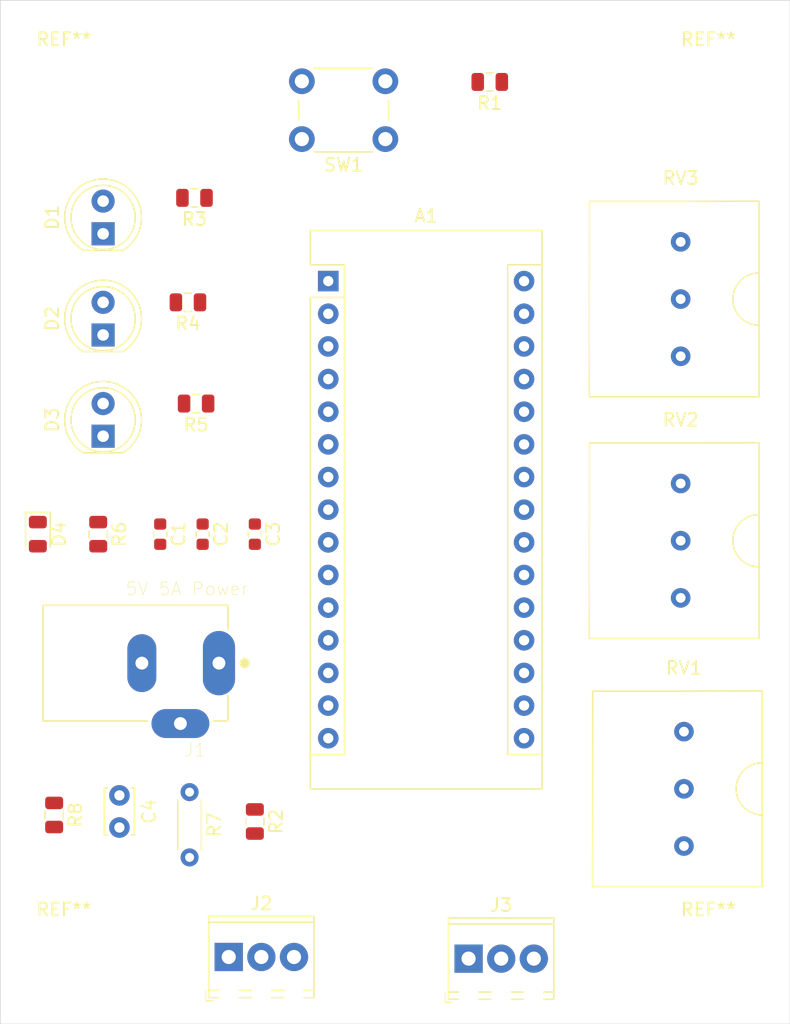
<source format=kicad_pcb>
(kicad_pcb (version 20171130) (host pcbnew "(5.1.5)-3")

  (general
    (thickness 1.6)
    (drawings 5)
    (tracks 0)
    (zones 0)
    (modules 28)
    (nets 39)
  )

  (page A4)
  (layers
    (0 F.Cu signal)
    (31 B.Cu signal)
    (32 B.Adhes user)
    (33 F.Adhes user)
    (34 B.Paste user)
    (35 F.Paste user)
    (36 B.SilkS user)
    (37 F.SilkS user)
    (38 B.Mask user)
    (39 F.Mask user)
    (40 Dwgs.User user)
    (41 Cmts.User user)
    (42 Eco1.User user)
    (43 Eco2.User user)
    (44 Edge.Cuts user)
    (45 Margin user)
    (46 B.CrtYd user)
    (47 F.CrtYd user)
    (48 B.Fab user)
    (49 F.Fab user hide)
  )

  (setup
    (last_trace_width 0.25)
    (trace_clearance 0.2)
    (zone_clearance 0.508)
    (zone_45_only no)
    (trace_min 0.2)
    (via_size 0.8)
    (via_drill 0.4)
    (via_min_size 0.4)
    (via_min_drill 0.3)
    (uvia_size 0.3)
    (uvia_drill 0.1)
    (uvias_allowed no)
    (uvia_min_size 0.2)
    (uvia_min_drill 0.1)
    (edge_width 0.05)
    (segment_width 0.2)
    (pcb_text_width 0.3)
    (pcb_text_size 1.5 1.5)
    (mod_edge_width 0.12)
    (mod_text_size 1 1)
    (mod_text_width 0.15)
    (pad_size 1.524 1.524)
    (pad_drill 0.762)
    (pad_to_mask_clearance 0.051)
    (solder_mask_min_width 0.25)
    (aux_axis_origin 0 0)
    (visible_elements 7FFFFFFF)
    (pcbplotparams
      (layerselection 0x010fc_ffffffff)
      (usegerberextensions false)
      (usegerberattributes false)
      (usegerberadvancedattributes false)
      (creategerberjobfile false)
      (excludeedgelayer true)
      (linewidth 0.100000)
      (plotframeref false)
      (viasonmask false)
      (mode 1)
      (useauxorigin false)
      (hpglpennumber 1)
      (hpglpenspeed 20)
      (hpglpendiameter 15.000000)
      (psnegative false)
      (psa4output false)
      (plotreference true)
      (plotvalue true)
      (plotinvisibletext false)
      (padsonsilk false)
      (subtractmaskfromsilk false)
      (outputformat 1)
      (mirror false)
      (drillshape 1)
      (scaleselection 1)
      (outputdirectory ""))
  )

  (net 0 "")
  (net 1 "Net-(A1-Pad1)")
  (net 2 "Net-(A1-Pad17)")
  (net 3 "Net-(A1-Pad2)")
  (net 4 "Net-(A1-Pad18)")
  (net 5 "Net-(A1-Pad3)")
  (net 6 "Net-(A1-Pad19)")
  (net 7 "Net-(A1-Pad4)")
  (net 8 "Net-(A1-Pad20)")
  (net 9 "Net-(A1-Pad5)")
  (net 10 "Net-(A1-Pad21)")
  (net 11 "Net-(A1-Pad6)")
  (net 12 "Net-(A1-Pad22)")
  (net 13 "Net-(A1-Pad7)")
  (net 14 "Net-(A1-Pad23)")
  (net 15 "Net-(A1-Pad8)")
  (net 16 "Net-(A1-Pad24)")
  (net 17 "Net-(A1-Pad9)")
  (net 18 "Net-(A1-Pad25)")
  (net 19 "Net-(A1-Pad10)")
  (net 20 "Net-(A1-Pad26)")
  (net 21 "Net-(A1-Pad11)")
  (net 22 "Net-(A1-Pad27)")
  (net 23 "Net-(A1-Pad12)")
  (net 24 "Net-(A1-Pad28)")
  (net 25 "Net-(A1-Pad13)")
  (net 26 GND)
  (net 27 "Net-(A1-Pad14)")
  (net 28 VCC)
  (net 29 "Net-(A1-Pad15)")
  (net 30 "Net-(A1-Pad16)")
  (net 31 A3)
  (net 32 "Net-(D1-Pad2)")
  (net 33 "Net-(D2-Pad2)")
  (net 34 "Net-(D3-Pad2)")
  (net 35 "Net-(D4-Pad2)")
  (net 36 "Net-(J1-Pad3)")
  (net 37 /DATA_IN)
  (net 38 /SS_DATA_OUT)

  (net_class Default "This is the default net class."
    (clearance 0.2)
    (trace_width 0.25)
    (via_dia 0.8)
    (via_drill 0.4)
    (uvia_dia 0.3)
    (uvia_drill 0.1)
    (add_net /DATA_IN)
    (add_net /SS_DATA_OUT)
    (add_net A3)
    (add_net GND)
    (add_net "Net-(A1-Pad1)")
    (add_net "Net-(A1-Pad10)")
    (add_net "Net-(A1-Pad11)")
    (add_net "Net-(A1-Pad12)")
    (add_net "Net-(A1-Pad13)")
    (add_net "Net-(A1-Pad14)")
    (add_net "Net-(A1-Pad15)")
    (add_net "Net-(A1-Pad16)")
    (add_net "Net-(A1-Pad17)")
    (add_net "Net-(A1-Pad18)")
    (add_net "Net-(A1-Pad19)")
    (add_net "Net-(A1-Pad2)")
    (add_net "Net-(A1-Pad20)")
    (add_net "Net-(A1-Pad21)")
    (add_net "Net-(A1-Pad22)")
    (add_net "Net-(A1-Pad23)")
    (add_net "Net-(A1-Pad24)")
    (add_net "Net-(A1-Pad25)")
    (add_net "Net-(A1-Pad26)")
    (add_net "Net-(A1-Pad27)")
    (add_net "Net-(A1-Pad28)")
    (add_net "Net-(A1-Pad3)")
    (add_net "Net-(A1-Pad4)")
    (add_net "Net-(A1-Pad5)")
    (add_net "Net-(A1-Pad6)")
    (add_net "Net-(A1-Pad7)")
    (add_net "Net-(A1-Pad8)")
    (add_net "Net-(A1-Pad9)")
    (add_net "Net-(D1-Pad2)")
    (add_net "Net-(D2-Pad2)")
    (add_net "Net-(D3-Pad2)")
    (add_net "Net-(D4-Pad2)")
    (add_net "Net-(J1-Pad3)")
    (add_net VCC)
  )

  (module MountingHole:MountingHole_3.2mm_M3 (layer F.Cu) (tedit 56D1B4CB) (tstamp 5E53A8CE)
    (at 108.966 135.001)
    (descr "Mounting Hole 3.2mm, no annular, M3")
    (tags "mounting hole 3.2mm no annular m3")
    (attr virtual)
    (fp_text reference REF** (at 0 -4.2) (layer F.SilkS)
      (effects (font (size 1 1) (thickness 0.15)))
    )
    (fp_text value MountingHole_3.2mm_M3 (at 0 4.2) (layer F.Fab)
      (effects (font (size 1 1) (thickness 0.15)))
    )
    (fp_circle (center 0 0) (end 3.45 0) (layer F.CrtYd) (width 0.05))
    (fp_circle (center 0 0) (end 3.2 0) (layer Cmts.User) (width 0.15))
    (fp_text user %R (at 0.3 0) (layer F.Fab)
      (effects (font (size 1 1) (thickness 0.15)))
    )
    (pad 1 np_thru_hole circle (at 0 0) (size 3.2 3.2) (drill 3.2) (layers *.Cu *.Mask))
  )

  (module MountingHole:MountingHole_3.2mm_M3 (layer F.Cu) (tedit 56D1B4CB) (tstamp 5E53A912)
    (at 159.131 135.001)
    (descr "Mounting Hole 3.2mm, no annular, M3")
    (tags "mounting hole 3.2mm no annular m3")
    (attr virtual)
    (fp_text reference REF** (at 0 -4.2) (layer F.SilkS)
      (effects (font (size 1 1) (thickness 0.15)))
    )
    (fp_text value MountingHole_3.2mm_M3 (at 0 4.2) (layer F.Fab)
      (effects (font (size 1 1) (thickness 0.15)))
    )
    (fp_circle (center 0 0) (end 3.45 0) (layer F.CrtYd) (width 0.05))
    (fp_circle (center 0 0) (end 3.2 0) (layer Cmts.User) (width 0.15))
    (fp_text user %R (at 0.3 0) (layer F.Fab)
      (effects (font (size 1 1) (thickness 0.15)))
    )
    (pad 1 np_thru_hole circle (at 0 0) (size 3.2 3.2) (drill 3.2) (layers *.Cu *.Mask))
  )

  (module MountingHole:MountingHole_3.2mm_M3 (layer F.Cu) (tedit 56D1B4CB) (tstamp 5E53A886)
    (at 108.966 67.31)
    (descr "Mounting Hole 3.2mm, no annular, M3")
    (tags "mounting hole 3.2mm no annular m3")
    (attr virtual)
    (fp_text reference REF** (at 0 -4.2) (layer F.SilkS)
      (effects (font (size 1 1) (thickness 0.15)))
    )
    (fp_text value MountingHole_3.2mm_M3 (at 0 4.2) (layer F.Fab)
      (effects (font (size 1 1) (thickness 0.15)))
    )
    (fp_circle (center 0 0) (end 3.45 0) (layer F.CrtYd) (width 0.05))
    (fp_circle (center 0 0) (end 3.2 0) (layer Cmts.User) (width 0.15))
    (fp_text user %R (at 0.3 0) (layer F.Fab)
      (effects (font (size 1 1) (thickness 0.15)))
    )
    (pad 1 np_thru_hole circle (at 0 0) (size 3.2 3.2) (drill 3.2) (layers *.Cu *.Mask))
  )

  (module MountingHole:MountingHole_3.2mm_M3 (layer F.Cu) (tedit 56D1B4CB) (tstamp 5E53A849)
    (at 159.131 67.31)
    (descr "Mounting Hole 3.2mm, no annular, M3")
    (tags "mounting hole 3.2mm no annular m3")
    (attr virtual)
    (fp_text reference REF** (at 0 -4.2) (layer F.SilkS)
      (effects (font (size 1 1) (thickness 0.15)))
    )
    (fp_text value MountingHole_3.2mm_M3 (at 0 4.2) (layer F.Fab)
      (effects (font (size 1 1) (thickness 0.15)))
    )
    (fp_circle (center 0 0) (end 3.45 0) (layer F.CrtYd) (width 0.05))
    (fp_circle (center 0 0) (end 3.2 0) (layer Cmts.User) (width 0.15))
    (fp_text user %R (at 0.3 0) (layer F.Fab)
      (effects (font (size 1 1) (thickness 0.15)))
    )
    (pad 1 np_thru_hole circle (at 0 0) (size 3.2 3.2) (drill 3.2) (layers *.Cu *.Mask))
  )

  (module Resistor_THT:R_Axial_DIN0204_L3.6mm_D1.6mm_P5.08mm_Horizontal (layer F.Cu) (tedit 5AE5139B) (tstamp 5E426EB4)
    (at 118.745 121.666 270)
    (descr "Resistor, Axial_DIN0204 series, Axial, Horizontal, pin pitch=5.08mm, 0.167W, length*diameter=3.6*1.6mm^2, http://cdn-reichelt.de/documents/datenblatt/B400/1_4W%23YAG.pdf")
    (tags "Resistor Axial_DIN0204 series Axial Horizontal pin pitch 5.08mm 0.167W length 3.6mm diameter 1.6mm")
    (path /5E40F635)
    (fp_text reference R7 (at 2.54 -1.92 90) (layer F.SilkS)
      (effects (font (size 1 1) (thickness 0.15)))
    )
    (fp_text value 100k (at 2.54 1.92 90) (layer F.Fab)
      (effects (font (size 1 1) (thickness 0.15)))
    )
    (fp_text user %R (at 2.54 0 90) (layer F.Fab)
      (effects (font (size 0.72 0.72) (thickness 0.108)))
    )
    (fp_line (start 6.03 -1.05) (end -0.95 -1.05) (layer F.CrtYd) (width 0.05))
    (fp_line (start 6.03 1.05) (end 6.03 -1.05) (layer F.CrtYd) (width 0.05))
    (fp_line (start -0.95 1.05) (end 6.03 1.05) (layer F.CrtYd) (width 0.05))
    (fp_line (start -0.95 -1.05) (end -0.95 1.05) (layer F.CrtYd) (width 0.05))
    (fp_line (start 0.62 0.92) (end 4.46 0.92) (layer F.SilkS) (width 0.12))
    (fp_line (start 0.62 -0.92) (end 4.46 -0.92) (layer F.SilkS) (width 0.12))
    (fp_line (start 5.08 0) (end 4.34 0) (layer F.Fab) (width 0.1))
    (fp_line (start 0 0) (end 0.74 0) (layer F.Fab) (width 0.1))
    (fp_line (start 4.34 -0.8) (end 0.74 -0.8) (layer F.Fab) (width 0.1))
    (fp_line (start 4.34 0.8) (end 4.34 -0.8) (layer F.Fab) (width 0.1))
    (fp_line (start 0.74 0.8) (end 4.34 0.8) (layer F.Fab) (width 0.1))
    (fp_line (start 0.74 -0.8) (end 0.74 0.8) (layer F.Fab) (width 0.1))
    (pad 2 thru_hole oval (at 5.08 0 270) (size 1.4 1.4) (drill 0.7) (layers *.Cu *.Mask)
      (net 38 /SS_DATA_OUT))
    (pad 1 thru_hole circle (at 0 0 270) (size 1.4 1.4) (drill 0.7) (layers *.Cu *.Mask)
      (net 31 A3))
    (model ${KISYS3DMOD}/Resistor_THT.3dshapes/R_Axial_DIN0204_L3.6mm_D1.6mm_P5.08mm_Horizontal.wrl
      (at (xyz 0 0 0))
      (scale (xyz 1 1 1))
      (rotate (xyz 0 0 0))
    )
  )

  (module Module:Arduino_Nano (layer F.Cu) (tedit 58ACAF70) (tstamp 5E423191)
    (at 129.54 81.915)
    (descr "Arduino Nano, http://www.mouser.com/pdfdocs/Gravitech_Arduino_Nano3_0.pdf")
    (tags "Arduino Nano")
    (path /5DB50132)
    (fp_text reference A1 (at 7.62 -5.08) (layer F.SilkS)
      (effects (font (size 1 1) (thickness 0.15)))
    )
    (fp_text value Arduino_Nano_v3.x (at 8.89 19.05 90) (layer F.Fab)
      (effects (font (size 1 1) (thickness 0.15)))
    )
    (fp_text user %R (at 6.35 19.05 90) (layer F.Fab)
      (effects (font (size 1 1) (thickness 0.15)))
    )
    (fp_line (start 1.27 1.27) (end 1.27 -1.27) (layer F.SilkS) (width 0.12))
    (fp_line (start 1.27 -1.27) (end -1.4 -1.27) (layer F.SilkS) (width 0.12))
    (fp_line (start -1.4 1.27) (end -1.4 39.5) (layer F.SilkS) (width 0.12))
    (fp_line (start -1.4 -3.94) (end -1.4 -1.27) (layer F.SilkS) (width 0.12))
    (fp_line (start 13.97 -1.27) (end 16.64 -1.27) (layer F.SilkS) (width 0.12))
    (fp_line (start 13.97 -1.27) (end 13.97 36.83) (layer F.SilkS) (width 0.12))
    (fp_line (start 13.97 36.83) (end 16.64 36.83) (layer F.SilkS) (width 0.12))
    (fp_line (start 1.27 1.27) (end -1.4 1.27) (layer F.SilkS) (width 0.12))
    (fp_line (start 1.27 1.27) (end 1.27 36.83) (layer F.SilkS) (width 0.12))
    (fp_line (start 1.27 36.83) (end -1.4 36.83) (layer F.SilkS) (width 0.12))
    (fp_line (start 3.81 31.75) (end 11.43 31.75) (layer F.Fab) (width 0.1))
    (fp_line (start 11.43 31.75) (end 11.43 41.91) (layer F.Fab) (width 0.1))
    (fp_line (start 11.43 41.91) (end 3.81 41.91) (layer F.Fab) (width 0.1))
    (fp_line (start 3.81 41.91) (end 3.81 31.75) (layer F.Fab) (width 0.1))
    (fp_line (start -1.4 39.5) (end 16.64 39.5) (layer F.SilkS) (width 0.12))
    (fp_line (start 16.64 39.5) (end 16.64 -3.94) (layer F.SilkS) (width 0.12))
    (fp_line (start 16.64 -3.94) (end -1.4 -3.94) (layer F.SilkS) (width 0.12))
    (fp_line (start 16.51 39.37) (end -1.27 39.37) (layer F.Fab) (width 0.1))
    (fp_line (start -1.27 39.37) (end -1.27 -2.54) (layer F.Fab) (width 0.1))
    (fp_line (start -1.27 -2.54) (end 0 -3.81) (layer F.Fab) (width 0.1))
    (fp_line (start 0 -3.81) (end 16.51 -3.81) (layer F.Fab) (width 0.1))
    (fp_line (start 16.51 -3.81) (end 16.51 39.37) (layer F.Fab) (width 0.1))
    (fp_line (start -1.53 -4.06) (end 16.75 -4.06) (layer F.CrtYd) (width 0.05))
    (fp_line (start -1.53 -4.06) (end -1.53 42.16) (layer F.CrtYd) (width 0.05))
    (fp_line (start 16.75 42.16) (end 16.75 -4.06) (layer F.CrtYd) (width 0.05))
    (fp_line (start 16.75 42.16) (end -1.53 42.16) (layer F.CrtYd) (width 0.05))
    (pad 1 thru_hole rect (at 0 0) (size 1.6 1.6) (drill 0.8) (layers *.Cu *.Mask)
      (net 1 "Net-(A1-Pad1)"))
    (pad 17 thru_hole oval (at 15.24 33.02) (size 1.6 1.6) (drill 0.8) (layers *.Cu *.Mask)
      (net 2 "Net-(A1-Pad17)"))
    (pad 2 thru_hole oval (at 0 2.54) (size 1.6 1.6) (drill 0.8) (layers *.Cu *.Mask)
      (net 3 "Net-(A1-Pad2)"))
    (pad 18 thru_hole oval (at 15.24 30.48) (size 1.6 1.6) (drill 0.8) (layers *.Cu *.Mask)
      (net 4 "Net-(A1-Pad18)"))
    (pad 3 thru_hole oval (at 0 5.08) (size 1.6 1.6) (drill 0.8) (layers *.Cu *.Mask)
      (net 5 "Net-(A1-Pad3)"))
    (pad 19 thru_hole oval (at 15.24 27.94) (size 1.6 1.6) (drill 0.8) (layers *.Cu *.Mask)
      (net 6 "Net-(A1-Pad19)"))
    (pad 4 thru_hole oval (at 0 7.62) (size 1.6 1.6) (drill 0.8) (layers *.Cu *.Mask)
      (net 7 "Net-(A1-Pad4)"))
    (pad 20 thru_hole oval (at 15.24 25.4) (size 1.6 1.6) (drill 0.8) (layers *.Cu *.Mask)
      (net 8 "Net-(A1-Pad20)"))
    (pad 5 thru_hole oval (at 0 10.16) (size 1.6 1.6) (drill 0.8) (layers *.Cu *.Mask)
      (net 9 "Net-(A1-Pad5)"))
    (pad 21 thru_hole oval (at 15.24 22.86) (size 1.6 1.6) (drill 0.8) (layers *.Cu *.Mask)
      (net 10 "Net-(A1-Pad21)"))
    (pad 6 thru_hole oval (at 0 12.7) (size 1.6 1.6) (drill 0.8) (layers *.Cu *.Mask)
      (net 11 "Net-(A1-Pad6)"))
    (pad 22 thru_hole oval (at 15.24 20.32) (size 1.6 1.6) (drill 0.8) (layers *.Cu *.Mask)
      (net 12 "Net-(A1-Pad22)"))
    (pad 7 thru_hole oval (at 0 15.24) (size 1.6 1.6) (drill 0.8) (layers *.Cu *.Mask)
      (net 13 "Net-(A1-Pad7)"))
    (pad 23 thru_hole oval (at 15.24 17.78) (size 1.6 1.6) (drill 0.8) (layers *.Cu *.Mask)
      (net 14 "Net-(A1-Pad23)"))
    (pad 8 thru_hole oval (at 0 17.78) (size 1.6 1.6) (drill 0.8) (layers *.Cu *.Mask)
      (net 15 "Net-(A1-Pad8)"))
    (pad 24 thru_hole oval (at 15.24 15.24) (size 1.6 1.6) (drill 0.8) (layers *.Cu *.Mask)
      (net 16 "Net-(A1-Pad24)"))
    (pad 9 thru_hole oval (at 0 20.32) (size 1.6 1.6) (drill 0.8) (layers *.Cu *.Mask)
      (net 17 "Net-(A1-Pad9)"))
    (pad 25 thru_hole oval (at 15.24 12.7) (size 1.6 1.6) (drill 0.8) (layers *.Cu *.Mask)
      (net 18 "Net-(A1-Pad25)"))
    (pad 10 thru_hole oval (at 0 22.86) (size 1.6 1.6) (drill 0.8) (layers *.Cu *.Mask)
      (net 19 "Net-(A1-Pad10)"))
    (pad 26 thru_hole oval (at 15.24 10.16) (size 1.6 1.6) (drill 0.8) (layers *.Cu *.Mask)
      (net 20 "Net-(A1-Pad26)"))
    (pad 11 thru_hole oval (at 0 25.4) (size 1.6 1.6) (drill 0.8) (layers *.Cu *.Mask)
      (net 21 "Net-(A1-Pad11)"))
    (pad 27 thru_hole oval (at 15.24 7.62) (size 1.6 1.6) (drill 0.8) (layers *.Cu *.Mask)
      (net 22 "Net-(A1-Pad27)"))
    (pad 12 thru_hole oval (at 0 27.94) (size 1.6 1.6) (drill 0.8) (layers *.Cu *.Mask)
      (net 23 "Net-(A1-Pad12)"))
    (pad 28 thru_hole oval (at 15.24 5.08) (size 1.6 1.6) (drill 0.8) (layers *.Cu *.Mask)
      (net 24 "Net-(A1-Pad28)"))
    (pad 13 thru_hole oval (at 0 30.48) (size 1.6 1.6) (drill 0.8) (layers *.Cu *.Mask)
      (net 25 "Net-(A1-Pad13)"))
    (pad 29 thru_hole oval (at 15.24 2.54) (size 1.6 1.6) (drill 0.8) (layers *.Cu *.Mask)
      (net 26 GND))
    (pad 14 thru_hole oval (at 0 33.02) (size 1.6 1.6) (drill 0.8) (layers *.Cu *.Mask)
      (net 27 "Net-(A1-Pad14)"))
    (pad 30 thru_hole oval (at 15.24 0) (size 1.6 1.6) (drill 0.8) (layers *.Cu *.Mask)
      (net 28 VCC))
    (pad 15 thru_hole oval (at 0 35.56) (size 1.6 1.6) (drill 0.8) (layers *.Cu *.Mask)
      (net 29 "Net-(A1-Pad15)"))
    (pad 16 thru_hole oval (at 15.24 35.56) (size 1.6 1.6) (drill 0.8) (layers *.Cu *.Mask)
      (net 30 "Net-(A1-Pad16)"))
    (model ${KISYS3DMOD}/Module.3dshapes/Arduino_Nano_WithMountingHoles.wrl
      (at (xyz 0 0 0))
      (scale (xyz 1 1 1))
      (rotate (xyz 0 0 0))
    )
  )

  (module Capacitor_SMD:C_0603_1608Metric (layer F.Cu) (tedit 5B301BBE) (tstamp 5E425F8C)
    (at 116.459 101.6 270)
    (descr "Capacitor SMD 0603 (1608 Metric), square (rectangular) end terminal, IPC_7351 nominal, (Body size source: http://www.tortai-tech.com/upload/download/2011102023233369053.pdf), generated with kicad-footprint-generator")
    (tags capacitor)
    (path /5E34619E)
    (attr smd)
    (fp_text reference C1 (at 0 -1.43 90) (layer F.SilkS)
      (effects (font (size 1 1) (thickness 0.15)))
    )
    (fp_text value 0.1uF (at 0 1.43 90) (layer F.Fab)
      (effects (font (size 1 1) (thickness 0.15)))
    )
    (fp_text user %R (at 0 0 90) (layer F.Fab)
      (effects (font (size 0.4 0.4) (thickness 0.06)))
    )
    (fp_line (start 1.48 0.73) (end -1.48 0.73) (layer F.CrtYd) (width 0.05))
    (fp_line (start 1.48 -0.73) (end 1.48 0.73) (layer F.CrtYd) (width 0.05))
    (fp_line (start -1.48 -0.73) (end 1.48 -0.73) (layer F.CrtYd) (width 0.05))
    (fp_line (start -1.48 0.73) (end -1.48 -0.73) (layer F.CrtYd) (width 0.05))
    (fp_line (start -0.162779 0.51) (end 0.162779 0.51) (layer F.SilkS) (width 0.12))
    (fp_line (start -0.162779 -0.51) (end 0.162779 -0.51) (layer F.SilkS) (width 0.12))
    (fp_line (start 0.8 0.4) (end -0.8 0.4) (layer F.Fab) (width 0.1))
    (fp_line (start 0.8 -0.4) (end 0.8 0.4) (layer F.Fab) (width 0.1))
    (fp_line (start -0.8 -0.4) (end 0.8 -0.4) (layer F.Fab) (width 0.1))
    (fp_line (start -0.8 0.4) (end -0.8 -0.4) (layer F.Fab) (width 0.1))
    (pad 2 smd roundrect (at 0.7875 0 270) (size 0.875 0.95) (layers F.Cu F.Paste F.Mask) (roundrect_rratio 0.25)
      (net 26 GND))
    (pad 1 smd roundrect (at -0.7875 0 270) (size 0.875 0.95) (layers F.Cu F.Paste F.Mask) (roundrect_rratio 0.25)
      (net 28 VCC))
    (model ${KISYS3DMOD}/Capacitor_SMD.3dshapes/C_0603_1608Metric.wrl
      (at (xyz 0 0 0))
      (scale (xyz 1 1 1))
      (rotate (xyz 0 0 0))
    )
  )

  (module Capacitor_SMD:C_0603_1608Metric (layer F.Cu) (tedit 5B301BBE) (tstamp 5E425F5C)
    (at 119.761 101.6 270)
    (descr "Capacitor SMD 0603 (1608 Metric), square (rectangular) end terminal, IPC_7351 nominal, (Body size source: http://www.tortai-tech.com/upload/download/2011102023233369053.pdf), generated with kicad-footprint-generator")
    (tags capacitor)
    (path /5E45151D)
    (attr smd)
    (fp_text reference C2 (at 0 -1.43 90) (layer F.SilkS)
      (effects (font (size 1 1) (thickness 0.15)))
    )
    (fp_text value 0.1uF (at 0 1.43 90) (layer F.Fab)
      (effects (font (size 1 1) (thickness 0.15)))
    )
    (fp_text user %R (at 0 0 90) (layer F.Fab)
      (effects (font (size 0.4 0.4) (thickness 0.06)))
    )
    (fp_line (start 1.48 0.73) (end -1.48 0.73) (layer F.CrtYd) (width 0.05))
    (fp_line (start 1.48 -0.73) (end 1.48 0.73) (layer F.CrtYd) (width 0.05))
    (fp_line (start -1.48 -0.73) (end 1.48 -0.73) (layer F.CrtYd) (width 0.05))
    (fp_line (start -1.48 0.73) (end -1.48 -0.73) (layer F.CrtYd) (width 0.05))
    (fp_line (start -0.162779 0.51) (end 0.162779 0.51) (layer F.SilkS) (width 0.12))
    (fp_line (start -0.162779 -0.51) (end 0.162779 -0.51) (layer F.SilkS) (width 0.12))
    (fp_line (start 0.8 0.4) (end -0.8 0.4) (layer F.Fab) (width 0.1))
    (fp_line (start 0.8 -0.4) (end 0.8 0.4) (layer F.Fab) (width 0.1))
    (fp_line (start -0.8 -0.4) (end 0.8 -0.4) (layer F.Fab) (width 0.1))
    (fp_line (start -0.8 0.4) (end -0.8 -0.4) (layer F.Fab) (width 0.1))
    (pad 2 smd roundrect (at 0.7875 0 270) (size 0.875 0.95) (layers F.Cu F.Paste F.Mask) (roundrect_rratio 0.25)
      (net 26 GND))
    (pad 1 smd roundrect (at -0.7875 0 270) (size 0.875 0.95) (layers F.Cu F.Paste F.Mask) (roundrect_rratio 0.25)
      (net 28 VCC))
    (model ${KISYS3DMOD}/Capacitor_SMD.3dshapes/C_0603_1608Metric.wrl
      (at (xyz 0 0 0))
      (scale (xyz 1 1 1))
      (rotate (xyz 0 0 0))
    )
  )

  (module Capacitor_SMD:C_0603_1608Metric (layer F.Cu) (tedit 5B301BBE) (tstamp 5E427E22)
    (at 123.825 101.6 270)
    (descr "Capacitor SMD 0603 (1608 Metric), square (rectangular) end terminal, IPC_7351 nominal, (Body size source: http://www.tortai-tech.com/upload/download/2011102023233369053.pdf), generated with kicad-footprint-generator")
    (tags capacitor)
    (path /5E347A50)
    (attr smd)
    (fp_text reference C3 (at 0 -1.43 90) (layer F.SilkS)
      (effects (font (size 1 1) (thickness 0.15)))
    )
    (fp_text value 0.1uF (at 0 1.43 90) (layer F.Fab)
      (effects (font (size 1 1) (thickness 0.15)))
    )
    (fp_line (start -0.8 0.4) (end -0.8 -0.4) (layer F.Fab) (width 0.1))
    (fp_line (start -0.8 -0.4) (end 0.8 -0.4) (layer F.Fab) (width 0.1))
    (fp_line (start 0.8 -0.4) (end 0.8 0.4) (layer F.Fab) (width 0.1))
    (fp_line (start 0.8 0.4) (end -0.8 0.4) (layer F.Fab) (width 0.1))
    (fp_line (start -0.162779 -0.51) (end 0.162779 -0.51) (layer F.SilkS) (width 0.12))
    (fp_line (start -0.162779 0.51) (end 0.162779 0.51) (layer F.SilkS) (width 0.12))
    (fp_line (start -1.48 0.73) (end -1.48 -0.73) (layer F.CrtYd) (width 0.05))
    (fp_line (start -1.48 -0.73) (end 1.48 -0.73) (layer F.CrtYd) (width 0.05))
    (fp_line (start 1.48 -0.73) (end 1.48 0.73) (layer F.CrtYd) (width 0.05))
    (fp_line (start 1.48 0.73) (end -1.48 0.73) (layer F.CrtYd) (width 0.05))
    (fp_text user %R (at 0 0 90) (layer F.Fab)
      (effects (font (size 0.4 0.4) (thickness 0.06)))
    )
    (pad 1 smd roundrect (at -0.7875 0 270) (size 0.875 0.95) (layers F.Cu F.Paste F.Mask) (roundrect_rratio 0.25)
      (net 28 VCC))
    (pad 2 smd roundrect (at 0.7875 0 270) (size 0.875 0.95) (layers F.Cu F.Paste F.Mask) (roundrect_rratio 0.25)
      (net 26 GND))
    (model ${KISYS3DMOD}/Capacitor_SMD.3dshapes/C_0603_1608Metric.wrl
      (at (xyz 0 0 0))
      (scale (xyz 1 1 1))
      (rotate (xyz 0 0 0))
    )
  )

  (module Capacitor_THT:C_Disc_D3.4mm_W2.1mm_P2.50mm (layer F.Cu) (tedit 5AE50EF0) (tstamp 5E53AF31)
    (at 113.284 121.92 270)
    (descr "C, Disc series, Radial, pin pitch=2.50mm, , diameter*width=3.4*2.1mm^2, Capacitor, http://www.vishay.com/docs/45233/krseries.pdf")
    (tags "C Disc series Radial pin pitch 2.50mm  diameter 3.4mm width 2.1mm Capacitor")
    (path /5E4E4C59)
    (fp_text reference C4 (at 1.25 -2.3 90) (layer F.SilkS)
      (effects (font (size 1 1) (thickness 0.15)))
    )
    (fp_text value 0.1uF (at 1.25 2.3 90) (layer F.Fab)
      (effects (font (size 1 1) (thickness 0.15)))
    )
    (fp_line (start -0.45 -1.05) (end -0.45 1.05) (layer F.Fab) (width 0.1))
    (fp_line (start -0.45 1.05) (end 2.95 1.05) (layer F.Fab) (width 0.1))
    (fp_line (start 2.95 1.05) (end 2.95 -1.05) (layer F.Fab) (width 0.1))
    (fp_line (start 2.95 -1.05) (end -0.45 -1.05) (layer F.Fab) (width 0.1))
    (fp_line (start -0.57 -1.17) (end 3.07 -1.17) (layer F.SilkS) (width 0.12))
    (fp_line (start -0.57 1.17) (end 3.07 1.17) (layer F.SilkS) (width 0.12))
    (fp_line (start -0.57 -1.17) (end -0.57 -0.925) (layer F.SilkS) (width 0.12))
    (fp_line (start -0.57 0.925) (end -0.57 1.17) (layer F.SilkS) (width 0.12))
    (fp_line (start 3.07 -1.17) (end 3.07 -0.925) (layer F.SilkS) (width 0.12))
    (fp_line (start 3.07 0.925) (end 3.07 1.17) (layer F.SilkS) (width 0.12))
    (fp_line (start -1.05 -1.3) (end -1.05 1.3) (layer F.CrtYd) (width 0.05))
    (fp_line (start -1.05 1.3) (end 3.55 1.3) (layer F.CrtYd) (width 0.05))
    (fp_line (start 3.55 1.3) (end 3.55 -1.3) (layer F.CrtYd) (width 0.05))
    (fp_line (start 3.55 -1.3) (end -1.05 -1.3) (layer F.CrtYd) (width 0.05))
    (fp_text user %R (at 1.25 0 90) (layer F.Fab)
      (effects (font (size 0.68 0.68) (thickness 0.102)))
    )
    (pad 1 thru_hole circle (at 0 0 270) (size 1.6 1.6) (drill 0.8) (layers *.Cu *.Mask)
      (net 31 A3))
    (pad 2 thru_hole circle (at 2.5 0 270) (size 1.6 1.6) (drill 0.8) (layers *.Cu *.Mask)
      (net 26 GND))
    (model ${KISYS3DMOD}/Capacitor_THT.3dshapes/C_Disc_D3.4mm_W2.1mm_P2.50mm.wrl
      (at (xyz 0 0 0))
      (scale (xyz 1 1 1))
      (rotate (xyz 0 0 0))
    )
  )

  (module LED_THT:LED_D5.0mm (layer F.Cu) (tedit 5995936A) (tstamp 5E427FDA)
    (at 112.014 78.232 90)
    (descr "LED, diameter 5.0mm, 2 pins, http://cdn-reichelt.de/documents/datenblatt/A500/LL-504BC2E-009.pdf")
    (tags "LED diameter 5.0mm 2 pins")
    (path /5DB562FA)
    (fp_text reference D1 (at 1.27 -3.96 90) (layer F.SilkS)
      (effects (font (size 1 1) (thickness 0.15)))
    )
    (fp_text value "BLUE LED" (at 1.27 3.96 90) (layer F.Fab)
      (effects (font (size 1 1) (thickness 0.15)))
    )
    (fp_arc (start 1.27 0) (end -1.23 -1.469694) (angle 299.1) (layer F.Fab) (width 0.1))
    (fp_arc (start 1.27 0) (end -1.29 -1.54483) (angle 148.9) (layer F.SilkS) (width 0.12))
    (fp_arc (start 1.27 0) (end -1.29 1.54483) (angle -148.9) (layer F.SilkS) (width 0.12))
    (fp_circle (center 1.27 0) (end 3.77 0) (layer F.Fab) (width 0.1))
    (fp_circle (center 1.27 0) (end 3.77 0) (layer F.SilkS) (width 0.12))
    (fp_line (start -1.23 -1.469694) (end -1.23 1.469694) (layer F.Fab) (width 0.1))
    (fp_line (start -1.29 -1.545) (end -1.29 1.545) (layer F.SilkS) (width 0.12))
    (fp_line (start -1.95 -3.25) (end -1.95 3.25) (layer F.CrtYd) (width 0.05))
    (fp_line (start -1.95 3.25) (end 4.5 3.25) (layer F.CrtYd) (width 0.05))
    (fp_line (start 4.5 3.25) (end 4.5 -3.25) (layer F.CrtYd) (width 0.05))
    (fp_line (start 4.5 -3.25) (end -1.95 -3.25) (layer F.CrtYd) (width 0.05))
    (fp_text user %R (at 1.25 0 90) (layer F.Fab)
      (effects (font (size 0.8 0.8) (thickness 0.2)))
    )
    (pad 1 thru_hole rect (at 0 0 90) (size 1.8 1.8) (drill 0.9) (layers *.Cu *.Mask)
      (net 26 GND))
    (pad 2 thru_hole circle (at 2.54 0 90) (size 1.8 1.8) (drill 0.9) (layers *.Cu *.Mask)
      (net 32 "Net-(D1-Pad2)"))
    (model ${KISYS3DMOD}/LED_THT.3dshapes/LED_D5.0mm.wrl
      (at (xyz 0 0 0))
      (scale (xyz 1 1 1))
      (rotate (xyz 0 0 0))
    )
  )

  (module LED_THT:LED_D5.0mm (layer F.Cu) (tedit 5995936A) (tstamp 5E42800D)
    (at 112.014 86.106 90)
    (descr "LED, diameter 5.0mm, 2 pins, http://cdn-reichelt.de/documents/datenblatt/A500/LL-504BC2E-009.pdf")
    (tags "LED diameter 5.0mm 2 pins")
    (path /5DB56DAD)
    (fp_text reference D2 (at 1.27 -3.96 90) (layer F.SilkS)
      (effects (font (size 1 1) (thickness 0.15)))
    )
    (fp_text value "RED LED" (at 1.27 3.96 90) (layer F.Fab)
      (effects (font (size 1 1) (thickness 0.15)))
    )
    (fp_text user %R (at 1.25 0 90) (layer F.Fab)
      (effects (font (size 0.8 0.8) (thickness 0.2)))
    )
    (fp_line (start 4.5 -3.25) (end -1.95 -3.25) (layer F.CrtYd) (width 0.05))
    (fp_line (start 4.5 3.25) (end 4.5 -3.25) (layer F.CrtYd) (width 0.05))
    (fp_line (start -1.95 3.25) (end 4.5 3.25) (layer F.CrtYd) (width 0.05))
    (fp_line (start -1.95 -3.25) (end -1.95 3.25) (layer F.CrtYd) (width 0.05))
    (fp_line (start -1.29 -1.545) (end -1.29 1.545) (layer F.SilkS) (width 0.12))
    (fp_line (start -1.23 -1.469694) (end -1.23 1.469694) (layer F.Fab) (width 0.1))
    (fp_circle (center 1.27 0) (end 3.77 0) (layer F.SilkS) (width 0.12))
    (fp_circle (center 1.27 0) (end 3.77 0) (layer F.Fab) (width 0.1))
    (fp_arc (start 1.27 0) (end -1.29 1.54483) (angle -148.9) (layer F.SilkS) (width 0.12))
    (fp_arc (start 1.27 0) (end -1.29 -1.54483) (angle 148.9) (layer F.SilkS) (width 0.12))
    (fp_arc (start 1.27 0) (end -1.23 -1.469694) (angle 299.1) (layer F.Fab) (width 0.1))
    (pad 2 thru_hole circle (at 2.54 0 90) (size 1.8 1.8) (drill 0.9) (layers *.Cu *.Mask)
      (net 33 "Net-(D2-Pad2)"))
    (pad 1 thru_hole rect (at 0 0 90) (size 1.8 1.8) (drill 0.9) (layers *.Cu *.Mask)
      (net 26 GND))
    (model ${KISYS3DMOD}/LED_THT.3dshapes/LED_D5.0mm.wrl
      (at (xyz 0 0 0))
      (scale (xyz 1 1 1))
      (rotate (xyz 0 0 0))
    )
  )

  (module LED_THT:LED_D5.0mm (layer F.Cu) (tedit 5995936A) (tstamp 5E423220)
    (at 112.014 93.98 90)
    (descr "LED, diameter 5.0mm, 2 pins, http://cdn-reichelt.de/documents/datenblatt/A500/LL-504BC2E-009.pdf")
    (tags "LED diameter 5.0mm 2 pins")
    (path /5DB5744C)
    (fp_text reference D3 (at 1.27 -3.96 90) (layer F.SilkS)
      (effects (font (size 1 1) (thickness 0.15)))
    )
    (fp_text value "WHITE LED" (at 1.27 3.96 90) (layer F.Fab)
      (effects (font (size 1 1) (thickness 0.15)))
    )
    (fp_arc (start 1.27 0) (end -1.23 -1.469694) (angle 299.1) (layer F.Fab) (width 0.1))
    (fp_arc (start 1.27 0) (end -1.29 -1.54483) (angle 148.9) (layer F.SilkS) (width 0.12))
    (fp_arc (start 1.27 0) (end -1.29 1.54483) (angle -148.9) (layer F.SilkS) (width 0.12))
    (fp_circle (center 1.27 0) (end 3.77 0) (layer F.Fab) (width 0.1))
    (fp_circle (center 1.27 0) (end 3.77 0) (layer F.SilkS) (width 0.12))
    (fp_line (start -1.23 -1.469694) (end -1.23 1.469694) (layer F.Fab) (width 0.1))
    (fp_line (start -1.29 -1.545) (end -1.29 1.545) (layer F.SilkS) (width 0.12))
    (fp_line (start -1.95 -3.25) (end -1.95 3.25) (layer F.CrtYd) (width 0.05))
    (fp_line (start -1.95 3.25) (end 4.5 3.25) (layer F.CrtYd) (width 0.05))
    (fp_line (start 4.5 3.25) (end 4.5 -3.25) (layer F.CrtYd) (width 0.05))
    (fp_line (start 4.5 -3.25) (end -1.95 -3.25) (layer F.CrtYd) (width 0.05))
    (fp_text user %R (at 1.25 0 90) (layer F.Fab)
      (effects (font (size 0.8 0.8) (thickness 0.2)))
    )
    (pad 1 thru_hole rect (at 0 0 90) (size 1.8 1.8) (drill 0.9) (layers *.Cu *.Mask)
      (net 26 GND))
    (pad 2 thru_hole circle (at 2.54 0 90) (size 1.8 1.8) (drill 0.9) (layers *.Cu *.Mask)
      (net 34 "Net-(D3-Pad2)"))
    (model ${KISYS3DMOD}/LED_THT.3dshapes/LED_D5.0mm.wrl
      (at (xyz 0 0 0))
      (scale (xyz 1 1 1))
      (rotate (xyz 0 0 0))
    )
  )

  (module LED_SMD:LED_0805_2012Metric (layer F.Cu) (tedit 5B36C52C) (tstamp 5E423233)
    (at 106.934 101.6 270)
    (descr "LED SMD 0805 (2012 Metric), square (rectangular) end terminal, IPC_7351 nominal, (Body size source: https://docs.google.com/spreadsheets/d/1BsfQQcO9C6DZCsRaXUlFlo91Tg2WpOkGARC1WS5S8t0/edit?usp=sharing), generated with kicad-footprint-generator")
    (tags diode)
    (path /5E3030E7)
    (attr smd)
    (fp_text reference D4 (at 0 -1.65 90) (layer F.SilkS)
      (effects (font (size 1 1) (thickness 0.15)))
    )
    (fp_text value "GREEN LED" (at 0 1.65 90) (layer F.Fab)
      (effects (font (size 1 1) (thickness 0.15)))
    )
    (fp_line (start 1 -0.6) (end -0.7 -0.6) (layer F.Fab) (width 0.1))
    (fp_line (start -0.7 -0.6) (end -1 -0.3) (layer F.Fab) (width 0.1))
    (fp_line (start -1 -0.3) (end -1 0.6) (layer F.Fab) (width 0.1))
    (fp_line (start -1 0.6) (end 1 0.6) (layer F.Fab) (width 0.1))
    (fp_line (start 1 0.6) (end 1 -0.6) (layer F.Fab) (width 0.1))
    (fp_line (start 1 -0.96) (end -1.685 -0.96) (layer F.SilkS) (width 0.12))
    (fp_line (start -1.685 -0.96) (end -1.685 0.96) (layer F.SilkS) (width 0.12))
    (fp_line (start -1.685 0.96) (end 1 0.96) (layer F.SilkS) (width 0.12))
    (fp_line (start -1.68 0.95) (end -1.68 -0.95) (layer F.CrtYd) (width 0.05))
    (fp_line (start -1.68 -0.95) (end 1.68 -0.95) (layer F.CrtYd) (width 0.05))
    (fp_line (start 1.68 -0.95) (end 1.68 0.95) (layer F.CrtYd) (width 0.05))
    (fp_line (start 1.68 0.95) (end -1.68 0.95) (layer F.CrtYd) (width 0.05))
    (fp_text user %R (at 0 0 90) (layer F.Fab)
      (effects (font (size 0.5 0.5) (thickness 0.08)))
    )
    (pad 1 smd roundrect (at -0.9375 0 270) (size 0.975 1.4) (layers F.Cu F.Paste F.Mask) (roundrect_rratio 0.25)
      (net 26 GND))
    (pad 2 smd roundrect (at 0.9375 0 270) (size 0.975 1.4) (layers F.Cu F.Paste F.Mask) (roundrect_rratio 0.25)
      (net 35 "Net-(D4-Pad2)"))
    (model ${KISYS3DMOD}/LED_SMD.3dshapes/LED_0805_2012Metric.wrl
      (at (xyz 0 0 0))
      (scale (xyz 1 1 1))
      (rotate (xyz 0 0 0))
    )
  )

  (module PJ-002AH:CUI_PJ-002AH (layer F.Cu) (tedit 0) (tstamp 5E425ECA)
    (at 121.031 111.633 180)
    (path /5E419020)
    (fp_text reference J1 (at 1.85009 -6.76532) (layer F.SilkS)
      (effects (font (size 1.00005 1.00005) (thickness 0.05)))
    )
    (fp_text value "5V 5A Power" (at 2.48828 5.78266) (layer F.SilkS)
      (effects (font (size 1.00132 1.00132) (thickness 0.05)))
    )
    (fp_line (start 0.5 1.75) (end -0.5 1.75) (layer Edge.Cuts) (width 0.0001))
    (fp_line (start -0.5 1.75) (end -0.5 -1.75) (layer Edge.Cuts) (width 0.0001))
    (fp_line (start -0.5 -1.75) (end 0.5 -1.75) (layer Edge.Cuts) (width 0.0001))
    (fp_line (start 0.5 -1.75) (end 0.5 1.75) (layer Edge.Cuts) (width 0.0001))
    (fp_line (start 6.5 1.5) (end 5.5 1.5) (layer Edge.Cuts) (width 0.0001))
    (fp_line (start 5.5 1.5) (end 5.5 -1.5) (layer Edge.Cuts) (width 0.0001))
    (fp_line (start 5.5 -1.5) (end 6.5 -1.5) (layer Edge.Cuts) (width 0.0001))
    (fp_line (start 6.5 -1.5) (end 6.5 1.5) (layer Edge.Cuts) (width 0.0001))
    (fp_line (start 1.5 -4.2) (end 1.5 -5.2) (layer Edge.Cuts) (width 0.0001))
    (fp_line (start 1.5 -5.2) (end 4.5 -5.2) (layer Edge.Cuts) (width 0.0001))
    (fp_line (start 4.5 -5.2) (end 4.5 -4.2) (layer Edge.Cuts) (width 0.0001))
    (fp_line (start 4.5 -4.2) (end 1.5 -4.2) (layer Edge.Cuts) (width 0.0001))
    (fp_line (start -0.7 -4.5) (end 13.7 -4.5) (layer Eco2.User) (width 0.127))
    (fp_line (start 13.7 -4.5) (end 13.7 4.5) (layer Eco2.User) (width 0.127))
    (fp_line (start 13.7 4.5) (end -0.7 4.5) (layer Eco2.User) (width 0.127))
    (fp_line (start -0.7 4.5) (end -0.7 -4.5) (layer Eco2.User) (width 0.127))
    (fp_line (start 13.7 -4.5) (end 13.7 4.5) (layer F.SilkS) (width 0.127))
    (fp_line (start 13.7 4.5) (end -0.7 4.5) (layer F.SilkS) (width 0.127))
    (fp_line (start -0.7 -4.5) (end 0.45 -4.5) (layer F.SilkS) (width 0.127))
    (fp_line (start -0.7 4.5) (end -0.7 2.65) (layer F.SilkS) (width 0.127))
    (fp_line (start 5.55 -4.5) (end 13.7 -4.5) (layer F.SilkS) (width 0.127))
    (fp_line (start -0.7 -2.55) (end -0.7 -4.5) (layer F.SilkS) (width 0.127))
    (fp_line (start -1 -4.75) (end 0.45 -4.75) (layer Eco1.User) (width 0.05))
    (fp_line (start 0.45 -4.75) (end 0.45 -6.1) (layer Eco1.User) (width 0.05))
    (fp_line (start 0.45 -6.1) (end 5.55 -6.1) (layer Eco1.User) (width 0.05))
    (fp_line (start 5.55 -6.1) (end 5.55 -4.75) (layer Eco1.User) (width 0.05))
    (fp_line (start 5.55 -4.75) (end 14 -4.75) (layer Eco1.User) (width 0.05))
    (fp_line (start 14 -4.75) (end 14 4.75) (layer Eco1.User) (width 0.05))
    (fp_line (start 14 4.75) (end -1 4.75) (layer Eco1.User) (width 0.05))
    (fp_line (start -1 4.75) (end -1 2.35) (layer Eco1.User) (width 0.05))
    (fp_circle (center -2 0) (end -1.8 0) (layer F.SilkS) (width 0.4))
    (fp_line (start -1 -2.25) (end -1 -4.75) (layer Eco1.User) (width 0.05))
    (fp_line (start -1 -2.25) (end -1.55 -2.25) (layer Eco1.User) (width 0.05))
    (fp_line (start -1.55 -2.25) (end -1.55 2.35) (layer Eco1.User) (width 0.05))
    (fp_line (start -1.55 2.35) (end -1 2.35) (layer Eco1.User) (width 0.05))
    (pad 1 thru_hole oval (at 0 0 270) (size 5 2.5) (drill 1) (layers *.Cu *.Mask)
      (net 28 VCC))
    (pad 2 thru_hole oval (at 6 0 270) (size 4.5 2.25) (drill 1) (layers *.Cu *.Mask)
      (net 26 GND))
    (pad 3 thru_hole oval (at 3 -4.7) (size 4.5 2.25) (drill 1) (layers *.Cu *.Mask)
      (net 36 "Net-(J1-Pad3)"))
  )

  (module TerminalBlock_Phoenix:TerminalBlock_Phoenix_MPT-0,5-3-2.54_1x03_P2.54mm_Horizontal (layer F.Cu) (tedit 5B294F98) (tstamp 5E42328A)
    (at 121.793 134.493)
    (descr "Terminal Block Phoenix MPT-0,5-3-2.54, 3 pins, pitch 2.54mm, size 8.08x6.2mm^2, drill diamater 1.1mm, pad diameter 2.2mm, see http://www.mouser.com/ds/2/324/ItemDetail_1725656-920552.pdf, script-generated using https://github.com/pointhi/kicad-footprint-generator/scripts/TerminalBlock_Phoenix")
    (tags "THT Terminal Block Phoenix MPT-0,5-3-2.54 pitch 2.54mm size 8.08x6.2mm^2 drill 1.1mm pad 2.2mm")
    (path /5DC63C25)
    (fp_text reference J2 (at 2.54 -4.16) (layer F.SilkS)
      (effects (font (size 1 1) (thickness 0.15)))
    )
    (fp_text value "TO WS2812B LED STRIP" (at 2.54 4.16) (layer F.Fab)
      (effects (font (size 1 1) (thickness 0.15)))
    )
    (fp_text user %R (at 2.54 2) (layer F.Fab)
      (effects (font (size 1 1) (thickness 0.15)))
    )
    (fp_line (start 7.08 -3.6) (end -2 -3.6) (layer F.CrtYd) (width 0.05))
    (fp_line (start 7.08 3.6) (end 7.08 -3.6) (layer F.CrtYd) (width 0.05))
    (fp_line (start -2 3.6) (end 7.08 3.6) (layer F.CrtYd) (width 0.05))
    (fp_line (start -2 -3.6) (end -2 3.6) (layer F.CrtYd) (width 0.05))
    (fp_line (start -1.8 3.4) (end -1.3 3.4) (layer F.SilkS) (width 0.12))
    (fp_line (start -1.8 2.66) (end -1.8 3.4) (layer F.SilkS) (width 0.12))
    (fp_line (start 5.781 -0.835) (end 4.246 0.7) (layer F.Fab) (width 0.1))
    (fp_line (start 5.915 -0.7) (end 4.38 0.835) (layer F.Fab) (width 0.1))
    (fp_line (start 3.241 -0.835) (end 1.706 0.7) (layer F.Fab) (width 0.1))
    (fp_line (start 3.375 -0.7) (end 1.84 0.835) (layer F.Fab) (width 0.1))
    (fp_line (start 0.701 -0.835) (end -0.835 0.7) (layer F.Fab) (width 0.1))
    (fp_line (start 0.835 -0.7) (end -0.701 0.835) (layer F.Fab) (width 0.1))
    (fp_line (start 6.64 -3.16) (end 6.64 3.16) (layer F.SilkS) (width 0.12))
    (fp_line (start -1.56 -3.16) (end -1.56 3.16) (layer F.SilkS) (width 0.12))
    (fp_line (start 5.87 3.16) (end 6.64 3.16) (layer F.SilkS) (width 0.12))
    (fp_line (start 3.33 3.16) (end 4.29 3.16) (layer F.SilkS) (width 0.12))
    (fp_line (start 0.79 3.16) (end 1.75 3.16) (layer F.SilkS) (width 0.12))
    (fp_line (start -1.56 3.16) (end -0.79 3.16) (layer F.SilkS) (width 0.12))
    (fp_line (start -1.56 -3.16) (end 6.64 -3.16) (layer F.SilkS) (width 0.12))
    (fp_line (start -1.56 -2.7) (end 6.64 -2.7) (layer F.SilkS) (width 0.12))
    (fp_line (start -1.5 -2.7) (end 6.58 -2.7) (layer F.Fab) (width 0.1))
    (fp_line (start 5.87 2.6) (end 6.64 2.6) (layer F.SilkS) (width 0.12))
    (fp_line (start 3.33 2.6) (end 4.29 2.6) (layer F.SilkS) (width 0.12))
    (fp_line (start 0.79 2.6) (end 1.75 2.6) (layer F.SilkS) (width 0.12))
    (fp_line (start -1.56 2.6) (end -0.79 2.6) (layer F.SilkS) (width 0.12))
    (fp_line (start -1.5 2.6) (end 6.58 2.6) (layer F.Fab) (width 0.1))
    (fp_line (start -1.5 2.6) (end -1.5 -3.1) (layer F.Fab) (width 0.1))
    (fp_line (start -1 3.1) (end -1.5 2.6) (layer F.Fab) (width 0.1))
    (fp_line (start 6.58 3.1) (end -1 3.1) (layer F.Fab) (width 0.1))
    (fp_line (start 6.58 -3.1) (end 6.58 3.1) (layer F.Fab) (width 0.1))
    (fp_line (start -1.5 -3.1) (end 6.58 -3.1) (layer F.Fab) (width 0.1))
    (fp_circle (center 5.08 0) (end 6.18 0) (layer F.Fab) (width 0.1))
    (fp_circle (center 2.54 0) (end 3.64 0) (layer F.Fab) (width 0.1))
    (fp_circle (center 0 0) (end 1.1 0) (layer F.Fab) (width 0.1))
    (pad "" np_thru_hole circle (at 5.08 2.54) (size 1.1 1.1) (drill 1.1) (layers *.Cu *.Mask))
    (pad 3 thru_hole circle (at 5.08 0) (size 2.2 2.2) (drill 1.1) (layers *.Cu *.Mask)
      (net 26 GND))
    (pad "" np_thru_hole circle (at 2.54 2.54) (size 1.1 1.1) (drill 1.1) (layers *.Cu *.Mask))
    (pad 2 thru_hole circle (at 2.54 0) (size 2.2 2.2) (drill 1.1) (layers *.Cu *.Mask)
      (net 37 /DATA_IN))
    (pad "" np_thru_hole circle (at 0 2.54) (size 1.1 1.1) (drill 1.1) (layers *.Cu *.Mask))
    (pad 1 thru_hole rect (at 0 0) (size 2.2 2.2) (drill 1.1) (layers *.Cu *.Mask)
      (net 28 VCC))
    (model ${KISYS3DMOD}/TerminalBlock_Phoenix.3dshapes/TerminalBlock_Phoenix_MPT-0,5-3-2.54_1x03_P2.54mm_Horizontal.wrl
      (at (xyz 0 0 0))
      (scale (xyz 1 1 1))
      (rotate (xyz 0 0 0))
    )
  )

  (module TerminalBlock_Phoenix:TerminalBlock_Phoenix_MPT-0,5-3-2.54_1x03_P2.54mm_Horizontal (layer F.Cu) (tedit 5B294F98) (tstamp 5E4232B7)
    (at 140.462 134.62)
    (descr "Terminal Block Phoenix MPT-0,5-3-2.54, 3 pins, pitch 2.54mm, size 8.08x6.2mm^2, drill diamater 1.1mm, pad diameter 2.2mm, see http://www.mouser.com/ds/2/324/ItemDetail_1725656-920552.pdf, script-generated using https://github.com/pointhi/kicad-footprint-generator/scripts/TerminalBlock_Phoenix")
    (tags "THT Terminal Block Phoenix MPT-0,5-3-2.54 pitch 2.54mm size 8.08x6.2mm^2 drill 1.1mm pad 2.2mm")
    (path /5E3E22AC)
    (fp_text reference J3 (at 2.54 -4.16) (layer F.SilkS)
      (effects (font (size 1 1) (thickness 0.15)))
    )
    (fp_text value "Sound Sensor" (at 2.54 4.16) (layer F.Fab)
      (effects (font (size 1 1) (thickness 0.15)))
    )
    (fp_circle (center 0 0) (end 1.1 0) (layer F.Fab) (width 0.1))
    (fp_circle (center 2.54 0) (end 3.64 0) (layer F.Fab) (width 0.1))
    (fp_circle (center 5.08 0) (end 6.18 0) (layer F.Fab) (width 0.1))
    (fp_line (start -1.5 -3.1) (end 6.58 -3.1) (layer F.Fab) (width 0.1))
    (fp_line (start 6.58 -3.1) (end 6.58 3.1) (layer F.Fab) (width 0.1))
    (fp_line (start 6.58 3.1) (end -1 3.1) (layer F.Fab) (width 0.1))
    (fp_line (start -1 3.1) (end -1.5 2.6) (layer F.Fab) (width 0.1))
    (fp_line (start -1.5 2.6) (end -1.5 -3.1) (layer F.Fab) (width 0.1))
    (fp_line (start -1.5 2.6) (end 6.58 2.6) (layer F.Fab) (width 0.1))
    (fp_line (start -1.56 2.6) (end -0.79 2.6) (layer F.SilkS) (width 0.12))
    (fp_line (start 0.79 2.6) (end 1.75 2.6) (layer F.SilkS) (width 0.12))
    (fp_line (start 3.33 2.6) (end 4.29 2.6) (layer F.SilkS) (width 0.12))
    (fp_line (start 5.87 2.6) (end 6.64 2.6) (layer F.SilkS) (width 0.12))
    (fp_line (start -1.5 -2.7) (end 6.58 -2.7) (layer F.Fab) (width 0.1))
    (fp_line (start -1.56 -2.7) (end 6.64 -2.7) (layer F.SilkS) (width 0.12))
    (fp_line (start -1.56 -3.16) (end 6.64 -3.16) (layer F.SilkS) (width 0.12))
    (fp_line (start -1.56 3.16) (end -0.79 3.16) (layer F.SilkS) (width 0.12))
    (fp_line (start 0.79 3.16) (end 1.75 3.16) (layer F.SilkS) (width 0.12))
    (fp_line (start 3.33 3.16) (end 4.29 3.16) (layer F.SilkS) (width 0.12))
    (fp_line (start 5.87 3.16) (end 6.64 3.16) (layer F.SilkS) (width 0.12))
    (fp_line (start -1.56 -3.16) (end -1.56 3.16) (layer F.SilkS) (width 0.12))
    (fp_line (start 6.64 -3.16) (end 6.64 3.16) (layer F.SilkS) (width 0.12))
    (fp_line (start 0.835 -0.7) (end -0.701 0.835) (layer F.Fab) (width 0.1))
    (fp_line (start 0.701 -0.835) (end -0.835 0.7) (layer F.Fab) (width 0.1))
    (fp_line (start 3.375 -0.7) (end 1.84 0.835) (layer F.Fab) (width 0.1))
    (fp_line (start 3.241 -0.835) (end 1.706 0.7) (layer F.Fab) (width 0.1))
    (fp_line (start 5.915 -0.7) (end 4.38 0.835) (layer F.Fab) (width 0.1))
    (fp_line (start 5.781 -0.835) (end 4.246 0.7) (layer F.Fab) (width 0.1))
    (fp_line (start -1.8 2.66) (end -1.8 3.4) (layer F.SilkS) (width 0.12))
    (fp_line (start -1.8 3.4) (end -1.3 3.4) (layer F.SilkS) (width 0.12))
    (fp_line (start -2 -3.6) (end -2 3.6) (layer F.CrtYd) (width 0.05))
    (fp_line (start -2 3.6) (end 7.08 3.6) (layer F.CrtYd) (width 0.05))
    (fp_line (start 7.08 3.6) (end 7.08 -3.6) (layer F.CrtYd) (width 0.05))
    (fp_line (start 7.08 -3.6) (end -2 -3.6) (layer F.CrtYd) (width 0.05))
    (fp_text user %R (at 2.54 2) (layer F.Fab)
      (effects (font (size 1 1) (thickness 0.15)))
    )
    (pad 1 thru_hole rect (at 0 0) (size 2.2 2.2) (drill 1.1) (layers *.Cu *.Mask)
      (net 26 GND))
    (pad "" np_thru_hole circle (at 0 2.54) (size 1.1 1.1) (drill 1.1) (layers *.Cu *.Mask))
    (pad 2 thru_hole circle (at 2.54 0) (size 2.2 2.2) (drill 1.1) (layers *.Cu *.Mask)
      (net 38 /SS_DATA_OUT))
    (pad "" np_thru_hole circle (at 2.54 2.54) (size 1.1 1.1) (drill 1.1) (layers *.Cu *.Mask))
    (pad 3 thru_hole circle (at 5.08 0) (size 2.2 2.2) (drill 1.1) (layers *.Cu *.Mask)
      (net 28 VCC))
    (pad "" np_thru_hole circle (at 5.08 2.54) (size 1.1 1.1) (drill 1.1) (layers *.Cu *.Mask))
    (model ${KISYS3DMOD}/TerminalBlock_Phoenix.3dshapes/TerminalBlock_Phoenix_MPT-0,5-3-2.54_1x03_P2.54mm_Horizontal.wrl
      (at (xyz 0 0 0))
      (scale (xyz 1 1 1))
      (rotate (xyz 0 0 0))
    )
  )

  (module Resistor_SMD:R_0805_2012Metric (layer F.Cu) (tedit 5B36C52B) (tstamp 5E53B03F)
    (at 142.113 66.421 180)
    (descr "Resistor SMD 0805 (2012 Metric), square (rectangular) end terminal, IPC_7351 nominal, (Body size source: https://docs.google.com/spreadsheets/d/1BsfQQcO9C6DZCsRaXUlFlo91Tg2WpOkGARC1WS5S8t0/edit?usp=sharing), generated with kicad-footprint-generator")
    (tags resistor)
    (path /5DBEB19F)
    (attr smd)
    (fp_text reference R1 (at 0 -1.65) (layer F.SilkS)
      (effects (font (size 1 1) (thickness 0.15)))
    )
    (fp_text value 10k (at 0 1.65) (layer F.Fab)
      (effects (font (size 1 1) (thickness 0.15)))
    )
    (fp_line (start -1 0.6) (end -1 -0.6) (layer F.Fab) (width 0.1))
    (fp_line (start -1 -0.6) (end 1 -0.6) (layer F.Fab) (width 0.1))
    (fp_line (start 1 -0.6) (end 1 0.6) (layer F.Fab) (width 0.1))
    (fp_line (start 1 0.6) (end -1 0.6) (layer F.Fab) (width 0.1))
    (fp_line (start -0.258578 -0.71) (end 0.258578 -0.71) (layer F.SilkS) (width 0.12))
    (fp_line (start -0.258578 0.71) (end 0.258578 0.71) (layer F.SilkS) (width 0.12))
    (fp_line (start -1.68 0.95) (end -1.68 -0.95) (layer F.CrtYd) (width 0.05))
    (fp_line (start -1.68 -0.95) (end 1.68 -0.95) (layer F.CrtYd) (width 0.05))
    (fp_line (start 1.68 -0.95) (end 1.68 0.95) (layer F.CrtYd) (width 0.05))
    (fp_line (start 1.68 0.95) (end -1.68 0.95) (layer F.CrtYd) (width 0.05))
    (fp_text user %R (at 0 0) (layer F.Fab)
      (effects (font (size 0.5 0.5) (thickness 0.08)))
    )
    (pad 1 smd roundrect (at -0.9375 0 180) (size 0.975 1.4) (layers F.Cu F.Paste F.Mask) (roundrect_rratio 0.25)
      (net 28 VCC))
    (pad 2 smd roundrect (at 0.9375 0 180) (size 0.975 1.4) (layers F.Cu F.Paste F.Mask) (roundrect_rratio 0.25)
      (net 9 "Net-(A1-Pad5)"))
    (model ${KISYS3DMOD}/Resistor_SMD.3dshapes/R_0805_2012Metric.wrl
      (at (xyz 0 0 0))
      (scale (xyz 1 1 1))
      (rotate (xyz 0 0 0))
    )
  )

  (module Resistor_SMD:R_0805_2012Metric (layer F.Cu) (tedit 5B36C52B) (tstamp 5E53AF99)
    (at 123.825 123.952 270)
    (descr "Resistor SMD 0805 (2012 Metric), square (rectangular) end terminal, IPC_7351 nominal, (Body size source: https://docs.google.com/spreadsheets/d/1BsfQQcO9C6DZCsRaXUlFlo91Tg2WpOkGARC1WS5S8t0/edit?usp=sharing), generated with kicad-footprint-generator")
    (tags resistor)
    (path /5DC6032C)
    (attr smd)
    (fp_text reference R2 (at 0 -1.65 90) (layer F.SilkS)
      (effects (font (size 1 1) (thickness 0.15)))
    )
    (fp_text value 330 (at 0 1.65 90) (layer F.Fab)
      (effects (font (size 1 1) (thickness 0.15)))
    )
    (fp_text user %R (at 0 0 90) (layer F.Fab)
      (effects (font (size 0.5 0.5) (thickness 0.08)))
    )
    (fp_line (start 1.68 0.95) (end -1.68 0.95) (layer F.CrtYd) (width 0.05))
    (fp_line (start 1.68 -0.95) (end 1.68 0.95) (layer F.CrtYd) (width 0.05))
    (fp_line (start -1.68 -0.95) (end 1.68 -0.95) (layer F.CrtYd) (width 0.05))
    (fp_line (start -1.68 0.95) (end -1.68 -0.95) (layer F.CrtYd) (width 0.05))
    (fp_line (start -0.258578 0.71) (end 0.258578 0.71) (layer F.SilkS) (width 0.12))
    (fp_line (start -0.258578 -0.71) (end 0.258578 -0.71) (layer F.SilkS) (width 0.12))
    (fp_line (start 1 0.6) (end -1 0.6) (layer F.Fab) (width 0.1))
    (fp_line (start 1 -0.6) (end 1 0.6) (layer F.Fab) (width 0.1))
    (fp_line (start -1 -0.6) (end 1 -0.6) (layer F.Fab) (width 0.1))
    (fp_line (start -1 0.6) (end -1 -0.6) (layer F.Fab) (width 0.1))
    (pad 2 smd roundrect (at 0.9375 0 270) (size 0.975 1.4) (layers F.Cu F.Paste F.Mask) (roundrect_rratio 0.25)
      (net 37 /DATA_IN))
    (pad 1 smd roundrect (at -0.9375 0 270) (size 0.975 1.4) (layers F.Cu F.Paste F.Mask) (roundrect_rratio 0.25)
      (net 13 "Net-(A1-Pad7)"))
    (model ${KISYS3DMOD}/Resistor_SMD.3dshapes/R_0805_2012Metric.wrl
      (at (xyz 0 0 0))
      (scale (xyz 1 1 1))
      (rotate (xyz 0 0 0))
    )
  )

  (module Resistor_SMD:R_0805_2012Metric (layer F.Cu) (tedit 5B36C52B) (tstamp 5E427FA9)
    (at 119.126 75.438 180)
    (descr "Resistor SMD 0805 (2012 Metric), square (rectangular) end terminal, IPC_7351 nominal, (Body size source: https://docs.google.com/spreadsheets/d/1BsfQQcO9C6DZCsRaXUlFlo91Tg2WpOkGARC1WS5S8t0/edit?usp=sharing), generated with kicad-footprint-generator")
    (tags resistor)
    (path /5DB5272D)
    (attr smd)
    (fp_text reference R3 (at 0 -1.65) (layer F.SilkS)
      (effects (font (size 1 1) (thickness 0.15)))
    )
    (fp_text value 330 (at 0 1.65) (layer F.Fab)
      (effects (font (size 1 1) (thickness 0.15)))
    )
    (fp_text user %R (at 0 0) (layer F.Fab)
      (effects (font (size 0.5 0.5) (thickness 0.08)))
    )
    (fp_line (start 1.68 0.95) (end -1.68 0.95) (layer F.CrtYd) (width 0.05))
    (fp_line (start 1.68 -0.95) (end 1.68 0.95) (layer F.CrtYd) (width 0.05))
    (fp_line (start -1.68 -0.95) (end 1.68 -0.95) (layer F.CrtYd) (width 0.05))
    (fp_line (start -1.68 0.95) (end -1.68 -0.95) (layer F.CrtYd) (width 0.05))
    (fp_line (start -0.258578 0.71) (end 0.258578 0.71) (layer F.SilkS) (width 0.12))
    (fp_line (start -0.258578 -0.71) (end 0.258578 -0.71) (layer F.SilkS) (width 0.12))
    (fp_line (start 1 0.6) (end -1 0.6) (layer F.Fab) (width 0.1))
    (fp_line (start 1 -0.6) (end 1 0.6) (layer F.Fab) (width 0.1))
    (fp_line (start -1 -0.6) (end 1 -0.6) (layer F.Fab) (width 0.1))
    (fp_line (start -1 0.6) (end -1 -0.6) (layer F.Fab) (width 0.1))
    (pad 2 smd roundrect (at 0.9375 0 180) (size 0.975 1.4) (layers F.Cu F.Paste F.Mask) (roundrect_rratio 0.25)
      (net 32 "Net-(D1-Pad2)"))
    (pad 1 smd roundrect (at -0.9375 0 180) (size 0.975 1.4) (layers F.Cu F.Paste F.Mask) (roundrect_rratio 0.25)
      (net 17 "Net-(A1-Pad9)"))
    (model ${KISYS3DMOD}/Resistor_SMD.3dshapes/R_0805_2012Metric.wrl
      (at (xyz 0 0 0))
      (scale (xyz 1 1 1))
      (rotate (xyz 0 0 0))
    )
  )

  (module Resistor_SMD:R_0805_2012Metric (layer F.Cu) (tedit 5B36C52B) (tstamp 5E427F49)
    (at 118.618 83.566 180)
    (descr "Resistor SMD 0805 (2012 Metric), square (rectangular) end terminal, IPC_7351 nominal, (Body size source: https://docs.google.com/spreadsheets/d/1BsfQQcO9C6DZCsRaXUlFlo91Tg2WpOkGARC1WS5S8t0/edit?usp=sharing), generated with kicad-footprint-generator")
    (tags resistor)
    (path /5DB5210E)
    (attr smd)
    (fp_text reference R4 (at 0 -1.65) (layer F.SilkS)
      (effects (font (size 1 1) (thickness 0.15)))
    )
    (fp_text value 330 (at 0 1.65) (layer F.Fab)
      (effects (font (size 1 1) (thickness 0.15)))
    )
    (fp_text user %R (at 0 0) (layer F.Fab)
      (effects (font (size 0.5 0.5) (thickness 0.08)))
    )
    (fp_line (start 1.68 0.95) (end -1.68 0.95) (layer F.CrtYd) (width 0.05))
    (fp_line (start 1.68 -0.95) (end 1.68 0.95) (layer F.CrtYd) (width 0.05))
    (fp_line (start -1.68 -0.95) (end 1.68 -0.95) (layer F.CrtYd) (width 0.05))
    (fp_line (start -1.68 0.95) (end -1.68 -0.95) (layer F.CrtYd) (width 0.05))
    (fp_line (start -0.258578 0.71) (end 0.258578 0.71) (layer F.SilkS) (width 0.12))
    (fp_line (start -0.258578 -0.71) (end 0.258578 -0.71) (layer F.SilkS) (width 0.12))
    (fp_line (start 1 0.6) (end -1 0.6) (layer F.Fab) (width 0.1))
    (fp_line (start 1 -0.6) (end 1 0.6) (layer F.Fab) (width 0.1))
    (fp_line (start -1 -0.6) (end 1 -0.6) (layer F.Fab) (width 0.1))
    (fp_line (start -1 0.6) (end -1 -0.6) (layer F.Fab) (width 0.1))
    (pad 2 smd roundrect (at 0.9375 0 180) (size 0.975 1.4) (layers F.Cu F.Paste F.Mask) (roundrect_rratio 0.25)
      (net 33 "Net-(D2-Pad2)"))
    (pad 1 smd roundrect (at -0.9375 0 180) (size 0.975 1.4) (layers F.Cu F.Paste F.Mask) (roundrect_rratio 0.25)
      (net 19 "Net-(A1-Pad10)"))
    (model ${KISYS3DMOD}/Resistor_SMD.3dshapes/R_0805_2012Metric.wrl
      (at (xyz 0 0 0))
      (scale (xyz 1 1 1))
      (rotate (xyz 0 0 0))
    )
  )

  (module Resistor_SMD:R_0805_2012Metric (layer F.Cu) (tedit 5B36C52B) (tstamp 5E427F79)
    (at 119.253 91.44 180)
    (descr "Resistor SMD 0805 (2012 Metric), square (rectangular) end terminal, IPC_7351 nominal, (Body size source: https://docs.google.com/spreadsheets/d/1BsfQQcO9C6DZCsRaXUlFlo91Tg2WpOkGARC1WS5S8t0/edit?usp=sharing), generated with kicad-footprint-generator")
    (tags resistor)
    (path /5DB51CE0)
    (attr smd)
    (fp_text reference R5 (at 0 -1.65) (layer F.SilkS)
      (effects (font (size 1 1) (thickness 0.15)))
    )
    (fp_text value 330 (at 0 1.65) (layer F.Fab)
      (effects (font (size 1 1) (thickness 0.15)))
    )
    (fp_line (start -1 0.6) (end -1 -0.6) (layer F.Fab) (width 0.1))
    (fp_line (start -1 -0.6) (end 1 -0.6) (layer F.Fab) (width 0.1))
    (fp_line (start 1 -0.6) (end 1 0.6) (layer F.Fab) (width 0.1))
    (fp_line (start 1 0.6) (end -1 0.6) (layer F.Fab) (width 0.1))
    (fp_line (start -0.258578 -0.71) (end 0.258578 -0.71) (layer F.SilkS) (width 0.12))
    (fp_line (start -0.258578 0.71) (end 0.258578 0.71) (layer F.SilkS) (width 0.12))
    (fp_line (start -1.68 0.95) (end -1.68 -0.95) (layer F.CrtYd) (width 0.05))
    (fp_line (start -1.68 -0.95) (end 1.68 -0.95) (layer F.CrtYd) (width 0.05))
    (fp_line (start 1.68 -0.95) (end 1.68 0.95) (layer F.CrtYd) (width 0.05))
    (fp_line (start 1.68 0.95) (end -1.68 0.95) (layer F.CrtYd) (width 0.05))
    (fp_text user %R (at 0 0) (layer F.Fab)
      (effects (font (size 0.5 0.5) (thickness 0.08)))
    )
    (pad 1 smd roundrect (at -0.9375 0 180) (size 0.975 1.4) (layers F.Cu F.Paste F.Mask) (roundrect_rratio 0.25)
      (net 21 "Net-(A1-Pad11)"))
    (pad 2 smd roundrect (at 0.9375 0 180) (size 0.975 1.4) (layers F.Cu F.Paste F.Mask) (roundrect_rratio 0.25)
      (net 34 "Net-(D3-Pad2)"))
    (model ${KISYS3DMOD}/Resistor_SMD.3dshapes/R_0805_2012Metric.wrl
      (at (xyz 0 0 0))
      (scale (xyz 1 1 1))
      (rotate (xyz 0 0 0))
    )
  )

  (module Resistor_SMD:R_0805_2012Metric (layer F.Cu) (tedit 5B36C52B) (tstamp 5E427E52)
    (at 111.633 101.6 270)
    (descr "Resistor SMD 0805 (2012 Metric), square (rectangular) end terminal, IPC_7351 nominal, (Body size source: https://docs.google.com/spreadsheets/d/1BsfQQcO9C6DZCsRaXUlFlo91Tg2WpOkGARC1WS5S8t0/edit?usp=sharing), generated with kicad-footprint-generator")
    (tags resistor)
    (path /5E302873)
    (attr smd)
    (fp_text reference R6 (at 0 -1.65 90) (layer F.SilkS)
      (effects (font (size 1 1) (thickness 0.15)))
    )
    (fp_text value 100 (at 0 1.65 90) (layer F.Fab)
      (effects (font (size 1 1) (thickness 0.15)))
    )
    (fp_line (start -1 0.6) (end -1 -0.6) (layer F.Fab) (width 0.1))
    (fp_line (start -1 -0.6) (end 1 -0.6) (layer F.Fab) (width 0.1))
    (fp_line (start 1 -0.6) (end 1 0.6) (layer F.Fab) (width 0.1))
    (fp_line (start 1 0.6) (end -1 0.6) (layer F.Fab) (width 0.1))
    (fp_line (start -0.258578 -0.71) (end 0.258578 -0.71) (layer F.SilkS) (width 0.12))
    (fp_line (start -0.258578 0.71) (end 0.258578 0.71) (layer F.SilkS) (width 0.12))
    (fp_line (start -1.68 0.95) (end -1.68 -0.95) (layer F.CrtYd) (width 0.05))
    (fp_line (start -1.68 -0.95) (end 1.68 -0.95) (layer F.CrtYd) (width 0.05))
    (fp_line (start 1.68 -0.95) (end 1.68 0.95) (layer F.CrtYd) (width 0.05))
    (fp_line (start 1.68 0.95) (end -1.68 0.95) (layer F.CrtYd) (width 0.05))
    (fp_text user %R (at 0 0 90) (layer F.Fab)
      (effects (font (size 0.5 0.5) (thickness 0.08)))
    )
    (pad 1 smd roundrect (at -0.9375 0 270) (size 0.975 1.4) (layers F.Cu F.Paste F.Mask) (roundrect_rratio 0.25)
      (net 28 VCC))
    (pad 2 smd roundrect (at 0.9375 0 270) (size 0.975 1.4) (layers F.Cu F.Paste F.Mask) (roundrect_rratio 0.25)
      (net 35 "Net-(D4-Pad2)"))
    (model ${KISYS3DMOD}/Resistor_SMD.3dshapes/R_0805_2012Metric.wrl
      (at (xyz 0 0 0))
      (scale (xyz 1 1 1))
      (rotate (xyz 0 0 0))
    )
  )

  (module Resistor_SMD:R_0805_2012Metric (layer F.Cu) (tedit 5B36C52B) (tstamp 5E53AF69)
    (at 108.204 123.444 270)
    (descr "Resistor SMD 0805 (2012 Metric), square (rectangular) end terminal, IPC_7351 nominal, (Body size source: https://docs.google.com/spreadsheets/d/1BsfQQcO9C6DZCsRaXUlFlo91Tg2WpOkGARC1WS5S8t0/edit?usp=sharing), generated with kicad-footprint-generator")
    (tags resistor)
    (path /5E43894A)
    (attr smd)
    (fp_text reference R8 (at 0 -1.65 90) (layer F.SilkS)
      (effects (font (size 1 1) (thickness 0.15)))
    )
    (fp_text value 10k (at 0 1.65 90) (layer F.Fab)
      (effects (font (size 1 1) (thickness 0.15)))
    )
    (fp_text user %R (at 0 0 90) (layer F.Fab)
      (effects (font (size 0.5 0.5) (thickness 0.08)))
    )
    (fp_line (start 1.68 0.95) (end -1.68 0.95) (layer F.CrtYd) (width 0.05))
    (fp_line (start 1.68 -0.95) (end 1.68 0.95) (layer F.CrtYd) (width 0.05))
    (fp_line (start -1.68 -0.95) (end 1.68 -0.95) (layer F.CrtYd) (width 0.05))
    (fp_line (start -1.68 0.95) (end -1.68 -0.95) (layer F.CrtYd) (width 0.05))
    (fp_line (start -0.258578 0.71) (end 0.258578 0.71) (layer F.SilkS) (width 0.12))
    (fp_line (start -0.258578 -0.71) (end 0.258578 -0.71) (layer F.SilkS) (width 0.12))
    (fp_line (start 1 0.6) (end -1 0.6) (layer F.Fab) (width 0.1))
    (fp_line (start 1 -0.6) (end 1 0.6) (layer F.Fab) (width 0.1))
    (fp_line (start -1 -0.6) (end 1 -0.6) (layer F.Fab) (width 0.1))
    (fp_line (start -1 0.6) (end -1 -0.6) (layer F.Fab) (width 0.1))
    (pad 2 smd roundrect (at 0.9375 0 270) (size 0.975 1.4) (layers F.Cu F.Paste F.Mask) (roundrect_rratio 0.25)
      (net 26 GND))
    (pad 1 smd roundrect (at -0.9375 0 270) (size 0.975 1.4) (layers F.Cu F.Paste F.Mask) (roundrect_rratio 0.25)
      (net 31 A3))
    (model ${KISYS3DMOD}/Resistor_SMD.3dshapes/R_0805_2012Metric.wrl
      (at (xyz 0 0 0))
      (scale (xyz 1 1 1))
      (rotate (xyz 0 0 0))
    )
  )

  (module "Custom Footprint:Potentiometer_4mm_Pitch" (layer F.Cu) (tedit 5E325E84) (tstamp 5E423364)
    (at 157.226 121.412)
    (path /5DB54CA3)
    (fp_text reference RV1 (at 0 -9.406) (layer F.SilkS)
      (effects (font (size 1 1) (thickness 0.15)))
    )
    (fp_text value 100k (at 0 9.652) (layer F.Fab)
      (effects (font (size 1 1) (thickness 0.15)))
    )
    (fp_arc (start 6.096 0) (end 6.096 -2.032) (angle -180) (layer F.SilkS) (width 0.12))
    (fp_line (start 6.1 -7.62) (end 6.1 7.6) (layer F.SilkS) (width 0.12))
    (fp_line (start 0 7.6) (end 6.1 7.6) (layer F.SilkS) (width 0.12))
    (fp_line (start 0 -7.6) (end 6.1 -7.62) (layer F.SilkS) (width 0.12))
    (fp_line (start -7.1 -7.6) (end -7.112 7.62) (layer F.SilkS) (width 0.12))
    (fp_line (start 0 7.6) (end -7 7.6) (layer F.SilkS) (width 0.12))
    (fp_line (start 0 -7.6) (end -7.1 -7.6) (layer F.SilkS) (width 0.12))
    (pad 3 thru_hole circle (at 0 4.45) (size 1.524 1.524) (drill 0.762) (layers *.Cu *.Mask)
      (net 22 "Net-(A1-Pad27)"))
    (pad 2 thru_hole circle (at 0 0) (size 1.524 1.524) (drill 0.762) (layers *.Cu *.Mask)
      (net 6 "Net-(A1-Pad19)"))
    (pad 1 thru_hole circle (at 0 -4.45) (size 1.524 1.524) (drill 0.762) (layers *.Cu *.Mask)
      (net 26 GND))
  )

  (module "Custom Footprint:Potentiometer_4mm_Pitch" (layer F.Cu) (tedit 5E325E84) (tstamp 5E423372)
    (at 156.972 102.108)
    (path /5DB53CD3)
    (fp_text reference RV2 (at 0 -9.406) (layer F.SilkS)
      (effects (font (size 1 1) (thickness 0.15)))
    )
    (fp_text value 100k (at 0 9.652) (layer F.Fab)
      (effects (font (size 1 1) (thickness 0.15)))
    )
    (fp_line (start 0 -7.6) (end -7.1 -7.6) (layer F.SilkS) (width 0.12))
    (fp_line (start 0 7.6) (end -7 7.6) (layer F.SilkS) (width 0.12))
    (fp_line (start -7.1 -7.6) (end -7.112 7.62) (layer F.SilkS) (width 0.12))
    (fp_line (start 0 -7.6) (end 6.1 -7.62) (layer F.SilkS) (width 0.12))
    (fp_line (start 0 7.6) (end 6.1 7.6) (layer F.SilkS) (width 0.12))
    (fp_line (start 6.1 -7.62) (end 6.1 7.6) (layer F.SilkS) (width 0.12))
    (fp_arc (start 6.096 0) (end 6.096 -2.032) (angle -180) (layer F.SilkS) (width 0.12))
    (pad 1 thru_hole circle (at 0 -4.45) (size 1.524 1.524) (drill 0.762) (layers *.Cu *.Mask)
      (net 26 GND))
    (pad 2 thru_hole circle (at 0 0) (size 1.524 1.524) (drill 0.762) (layers *.Cu *.Mask)
      (net 8 "Net-(A1-Pad20)"))
    (pad 3 thru_hole circle (at 0 4.45) (size 1.524 1.524) (drill 0.762) (layers *.Cu *.Mask)
      (net 22 "Net-(A1-Pad27)"))
  )

  (module "Custom Footprint:Potentiometer_4mm_Pitch" (layer F.Cu) (tedit 5E325E84) (tstamp 5E423380)
    (at 156.972 83.312)
    (path /5DB547D6)
    (fp_text reference RV3 (at 0 -9.406) (layer F.SilkS)
      (effects (font (size 1 1) (thickness 0.15)))
    )
    (fp_text value 100k (at 0 9.652) (layer F.Fab)
      (effects (font (size 1 1) (thickness 0.15)))
    )
    (fp_line (start 0 -7.6) (end -7.1 -7.6) (layer F.SilkS) (width 0.12))
    (fp_line (start 0 7.6) (end -7 7.6) (layer F.SilkS) (width 0.12))
    (fp_line (start -7.1 -7.6) (end -7.112 7.62) (layer F.SilkS) (width 0.12))
    (fp_line (start 0 -7.6) (end 6.1 -7.62) (layer F.SilkS) (width 0.12))
    (fp_line (start 0 7.6) (end 6.1 7.6) (layer F.SilkS) (width 0.12))
    (fp_line (start 6.1 -7.62) (end 6.1 7.6) (layer F.SilkS) (width 0.12))
    (fp_arc (start 6.096 0) (end 6.096 -2.032) (angle -180) (layer F.SilkS) (width 0.12))
    (pad 1 thru_hole circle (at 0 -4.45) (size 1.524 1.524) (drill 0.762) (layers *.Cu *.Mask)
      (net 26 GND))
    (pad 2 thru_hole circle (at 0 0) (size 1.524 1.524) (drill 0.762) (layers *.Cu *.Mask)
      (net 10 "Net-(A1-Pad21)"))
    (pad 3 thru_hole circle (at 0 4.45) (size 1.524 1.524) (drill 0.762) (layers *.Cu *.Mask)
      (net 22 "Net-(A1-Pad27)"))
  )

  (module Button_Switch_THT:SW_PUSH_6mm_H13mm (layer F.Cu) (tedit 5A02FE31) (tstamp 5E42339F)
    (at 133.985 70.866 180)
    (descr "tactile push button, 6x6mm e.g. PHAP33xx series, height=13mm")
    (tags "tact sw push 6mm")
    (path /5DB5561B)
    (fp_text reference SW1 (at 3.25 -2) (layer F.SilkS)
      (effects (font (size 1 1) (thickness 0.15)))
    )
    (fp_text value SW_Push_Dual (at 3.75 6.7) (layer F.Fab)
      (effects (font (size 1 1) (thickness 0.15)))
    )
    (fp_text user %R (at 3.25 2.25) (layer F.Fab)
      (effects (font (size 1 1) (thickness 0.15)))
    )
    (fp_line (start 3.25 -0.75) (end 6.25 -0.75) (layer F.Fab) (width 0.1))
    (fp_line (start 6.25 -0.75) (end 6.25 5.25) (layer F.Fab) (width 0.1))
    (fp_line (start 6.25 5.25) (end 0.25 5.25) (layer F.Fab) (width 0.1))
    (fp_line (start 0.25 5.25) (end 0.25 -0.75) (layer F.Fab) (width 0.1))
    (fp_line (start 0.25 -0.75) (end 3.25 -0.75) (layer F.Fab) (width 0.1))
    (fp_line (start 7.75 6) (end 8 6) (layer F.CrtYd) (width 0.05))
    (fp_line (start 8 6) (end 8 5.75) (layer F.CrtYd) (width 0.05))
    (fp_line (start 7.75 -1.5) (end 8 -1.5) (layer F.CrtYd) (width 0.05))
    (fp_line (start 8 -1.5) (end 8 -1.25) (layer F.CrtYd) (width 0.05))
    (fp_line (start -1.5 -1.25) (end -1.5 -1.5) (layer F.CrtYd) (width 0.05))
    (fp_line (start -1.5 -1.5) (end -1.25 -1.5) (layer F.CrtYd) (width 0.05))
    (fp_line (start -1.5 5.75) (end -1.5 6) (layer F.CrtYd) (width 0.05))
    (fp_line (start -1.5 6) (end -1.25 6) (layer F.CrtYd) (width 0.05))
    (fp_line (start -1.25 -1.5) (end 7.75 -1.5) (layer F.CrtYd) (width 0.05))
    (fp_line (start -1.5 5.75) (end -1.5 -1.25) (layer F.CrtYd) (width 0.05))
    (fp_line (start 7.75 6) (end -1.25 6) (layer F.CrtYd) (width 0.05))
    (fp_line (start 8 -1.25) (end 8 5.75) (layer F.CrtYd) (width 0.05))
    (fp_line (start 1 5.5) (end 5.5 5.5) (layer F.SilkS) (width 0.12))
    (fp_line (start -0.25 1.5) (end -0.25 3) (layer F.SilkS) (width 0.12))
    (fp_line (start 5.5 -1) (end 1 -1) (layer F.SilkS) (width 0.12))
    (fp_line (start 6.75 3) (end 6.75 1.5) (layer F.SilkS) (width 0.12))
    (fp_circle (center 3.25 2.25) (end 1.25 2.5) (layer F.Fab) (width 0.1))
    (pad 2 thru_hole circle (at 0 4.5 270) (size 2 2) (drill 1.1) (layers *.Cu *.Mask)
      (net 9 "Net-(A1-Pad5)"))
    (pad 1 thru_hole circle (at 0 0 270) (size 2 2) (drill 1.1) (layers *.Cu *.Mask)
      (net 26 GND))
    (pad 2 thru_hole circle (at 6.5 4.5 270) (size 2 2) (drill 1.1) (layers *.Cu *.Mask)
      (net 9 "Net-(A1-Pad5)"))
    (pad 1 thru_hole circle (at 6.5 0 270) (size 2 2) (drill 1.1) (layers *.Cu *.Mask)
      (net 26 GND))
    (model ${KISYS3DMOD}/Button_Switch_THT.3dshapes/SW_PUSH_6mm_H13mm.wrl
      (at (xyz 0 0 0))
      (scale (xyz 1 1 1))
      (rotate (xyz 0 0 0))
    )
  )

  (gr_line (start 104.521 60.071) (end 104.013 60.071) (layer Edge.Cuts) (width 0.05) (tstamp 5E53A939))
  (gr_line (start 104.013 139.7) (end 104.013 60.071) (layer Edge.Cuts) (width 0.05) (tstamp 5E53A938))
  (gr_line (start 165.481 139.7) (end 104.013 139.7) (layer Edge.Cuts) (width 0.05))
  (gr_line (start 165.481 60.071) (end 165.481 139.7) (layer Edge.Cuts) (width 0.05))
  (gr_line (start 104.521 60.071) (end 165.481 60.071) (layer Edge.Cuts) (width 0.05))

)

</source>
